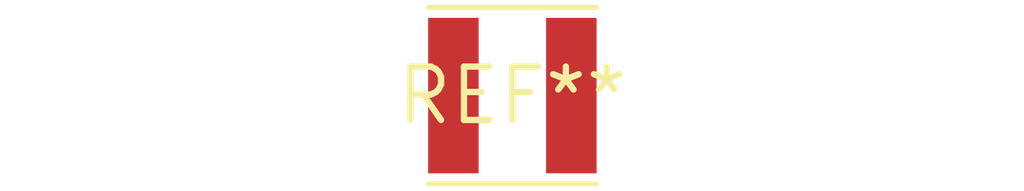
<source format=kicad_pcb>
(kicad_pcb (version 20240108) (generator pcbnew)
  (layers (0 "F.Cu" signal) (31 "B.Cu" signal) (34 "B.Paste" user) (35 "F.Paste" user) (36 "B.SilkS" user "B.Silkscreen") (37 "F.SilkS" user "F.Silkscreen") (38 "B.Mask" user) (39 "F.Mask" user) (44 "Edge.Cuts" user))
  (net 0 "")
  (footprint "L_Taiyo-Yuden_MD-4040" (layer "F.Cu") (at 0 0)
    (property "Reference" "REF**")
    (property "Value" "L_Taiyo-Yuden_MD-4040")
    (fp_line (start -2 -2.1) (end 2 -2.1) (layer "F.SilkS") (stroke (width 0.12)))
    (fp_line (start -2 2.1) (end 2 2.1) (layer "F.SilkS") (stroke (width 0.12)))
    (pad "1" smd rect (at -1.4 0) (size 1.2 3.7) (layers "F.Cu" "F.Paste" "F.Mask"))
    (pad "2" smd rect (at 1.4 0) (size 1.2 3.7) (layers "F.Cu" "F.Paste" "F.Mask"))
  )
)
</source>
